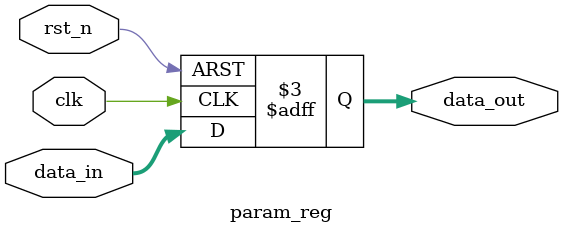
<source format=v>
`timescale 1ns / 1ps
module param_reg(clk, rst_n, data_in, data_out);
parameter width = 8;
input clk, rst_n;
input [width-1:0] data_in;
output reg [width-1:0] data_out;
	always @(posedge clk, negedge rst_n) begin
	if(!rst_n) begin
		data_out <= 0;
	end else begin
		data_out <= data_in;
	end
	end
endmodule


</source>
